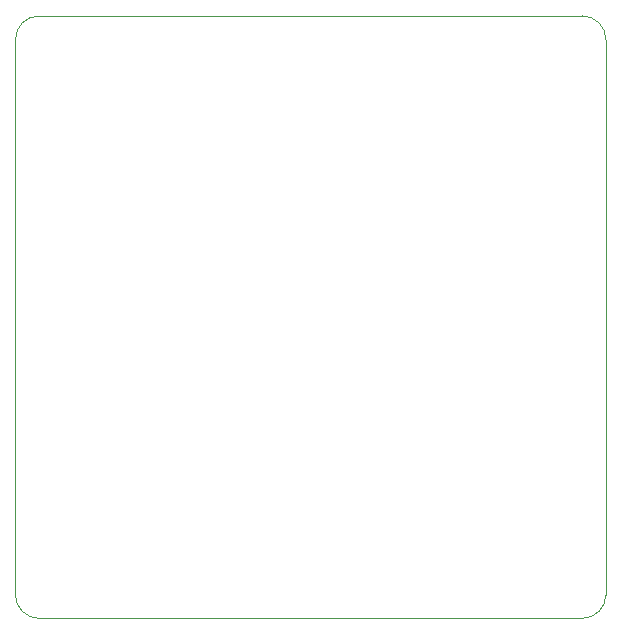
<source format=gbr>
%TF.GenerationSoftware,KiCad,Pcbnew,8.0.1*%
%TF.CreationDate,2024-03-27T15:45:16+09:00*%
%TF.ProjectId,STEP200-switch-id-shield,53544550-3230-4302-9d73-77697463682d,rev?*%
%TF.SameCoordinates,Original*%
%TF.FileFunction,Profile,NP*%
%FSLAX46Y46*%
G04 Gerber Fmt 4.6, Leading zero omitted, Abs format (unit mm)*
G04 Created by KiCad (PCBNEW 8.0.1) date 2024-03-27 15:45:16*
%MOMM*%
%LPD*%
G01*
G04 APERTURE LIST*
%TA.AperFunction,Profile*%
%ADD10C,0.100000*%
%TD*%
G04 APERTURE END LIST*
D10*
X181000000Y-139000000D02*
X181000000Y-92000000D01*
X133000000Y-141000000D02*
G75*
G02*
X131000000Y-139000000I0J2000000D01*
G01*
X131000000Y-92000000D02*
G75*
G02*
X133000000Y-90000000I2000000J0D01*
G01*
X179000000Y-90000000D02*
G75*
G02*
X181000000Y-92000000I0J-2000000D01*
G01*
X179000000Y-90000000D02*
X133000000Y-90000000D01*
X181000000Y-139000000D02*
G75*
G02*
X179000000Y-141000000I-2000000J0D01*
G01*
X133000000Y-141000000D02*
X179000000Y-141000000D01*
X131000000Y-92000000D02*
X131000000Y-139000000D01*
M02*

</source>
